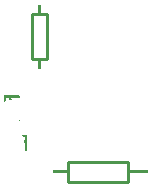
<source format=gbo>
G04 MADE WITH FRITZING*
G04 WWW.FRITZING.ORG*
G04 DOUBLE SIDED*
G04 HOLES PLATED*
G04 CONTOUR ON CENTER OF CONTOUR VECTOR*
%ASAXBY*%
%FSLAX23Y23*%
%MOIN*%
%OFA0B0*%
%SFA1.0B1.0*%
%ADD10C,0.010000*%
%ADD11R,0.001000X0.001000*%
%LNSILK0*%
G90*
G70*
G54D10*
X360Y599D02*
X360Y449D01*
D02*
X360Y449D02*
X410Y449D01*
D02*
X410Y449D02*
X410Y599D01*
D02*
X410Y599D02*
X360Y599D01*
D02*
X681Y106D02*
X481Y106D01*
D02*
X481Y106D02*
X481Y40D01*
D02*
X481Y40D02*
X681Y40D01*
D02*
X681Y40D02*
X681Y106D01*
G54D11*
X380Y631D02*
X389Y631D01*
X380Y630D02*
X389Y630D01*
X380Y629D02*
X389Y629D01*
X380Y628D02*
X389Y628D01*
X380Y627D02*
X389Y627D01*
X380Y626D02*
X389Y626D01*
X380Y625D02*
X389Y625D01*
X380Y624D02*
X389Y624D01*
X380Y623D02*
X389Y623D01*
X380Y622D02*
X389Y622D01*
X380Y621D02*
X389Y621D01*
X380Y620D02*
X389Y620D01*
X380Y619D02*
X389Y619D01*
X380Y618D02*
X389Y618D01*
X380Y617D02*
X389Y617D01*
X380Y616D02*
X389Y616D01*
X380Y615D02*
X389Y615D01*
X380Y614D02*
X389Y614D01*
X380Y613D02*
X389Y613D01*
X380Y612D02*
X389Y612D01*
X380Y611D02*
X389Y611D01*
X380Y610D02*
X389Y610D01*
X380Y609D02*
X389Y609D01*
X380Y608D02*
X389Y608D01*
X380Y607D02*
X389Y607D01*
X380Y606D02*
X389Y606D01*
X380Y605D02*
X389Y605D01*
X380Y604D02*
X389Y604D01*
X380Y603D02*
X389Y603D01*
X380Y602D02*
X389Y602D01*
X380Y601D02*
X389Y601D01*
X380Y600D02*
X389Y600D01*
X380Y449D02*
X389Y449D01*
X380Y448D02*
X389Y448D01*
X380Y447D02*
X389Y447D01*
X380Y446D02*
X389Y446D01*
X380Y445D02*
X389Y445D01*
X380Y444D02*
X389Y444D01*
X380Y443D02*
X389Y443D01*
X380Y442D02*
X389Y442D01*
X380Y441D02*
X389Y441D01*
X380Y440D02*
X389Y440D01*
X380Y439D02*
X389Y439D01*
X380Y438D02*
X389Y438D01*
X380Y437D02*
X389Y437D01*
X380Y436D02*
X389Y436D01*
X380Y435D02*
X389Y435D01*
X380Y434D02*
X389Y434D01*
X380Y433D02*
X389Y433D01*
X380Y432D02*
X389Y432D01*
X380Y431D02*
X389Y431D01*
X380Y430D02*
X389Y430D01*
X380Y429D02*
X389Y429D01*
X380Y428D02*
X389Y428D01*
X380Y427D02*
X389Y427D01*
X380Y426D02*
X389Y426D01*
X380Y425D02*
X389Y425D01*
X380Y424D02*
X389Y424D01*
X380Y423D02*
X389Y423D01*
X380Y422D02*
X389Y422D01*
X380Y421D02*
X389Y421D01*
X380Y420D02*
X389Y420D01*
X380Y419D02*
X389Y419D01*
X380Y418D02*
X389Y418D01*
X380Y417D02*
X389Y417D01*
X380Y416D02*
X383Y416D01*
X385Y416D02*
X389Y416D01*
X267Y328D02*
X318Y328D01*
X267Y327D02*
X319Y327D01*
X267Y326D02*
X320Y326D01*
X267Y325D02*
X320Y325D01*
X267Y324D02*
X320Y324D01*
X267Y323D02*
X320Y323D01*
X267Y322D02*
X319Y322D01*
X267Y321D02*
X273Y321D01*
X285Y321D02*
X291Y321D01*
X267Y320D02*
X273Y320D01*
X285Y320D02*
X291Y320D01*
X267Y319D02*
X273Y319D01*
X285Y319D02*
X291Y319D01*
X267Y318D02*
X273Y318D01*
X285Y318D02*
X291Y318D01*
X267Y317D02*
X273Y317D01*
X285Y317D02*
X291Y317D01*
X267Y316D02*
X273Y316D01*
X285Y316D02*
X292Y316D01*
X267Y315D02*
X273Y315D01*
X285Y315D02*
X293Y315D01*
X267Y314D02*
X273Y314D01*
X285Y314D02*
X295Y314D01*
X267Y313D02*
X273Y313D01*
X297Y313D02*
X297Y313D01*
X267Y312D02*
X273Y312D01*
X267Y311D02*
X273Y311D01*
X267Y310D02*
X273Y310D01*
X267Y309D02*
X271Y309D01*
X267Y308D02*
X270Y308D01*
X267Y307D02*
X268Y307D01*
X320Y246D02*
X320Y246D01*
X319Y245D02*
X320Y245D01*
X318Y244D02*
X319Y244D01*
X328Y196D02*
X344Y196D01*
X329Y195D02*
X344Y195D01*
X330Y194D02*
X344Y194D01*
X330Y193D02*
X344Y193D01*
X331Y192D02*
X344Y192D01*
X331Y191D02*
X344Y191D01*
X331Y190D02*
X344Y190D01*
X338Y189D02*
X344Y189D01*
X338Y188D02*
X344Y188D01*
X338Y187D02*
X344Y187D01*
X338Y186D02*
X344Y186D01*
X338Y185D02*
X344Y185D01*
X338Y184D02*
X344Y184D01*
X338Y183D02*
X344Y183D01*
X338Y182D02*
X344Y182D01*
X338Y181D02*
X344Y181D01*
X338Y180D02*
X344Y180D01*
X338Y179D02*
X344Y179D01*
X334Y178D02*
X344Y178D01*
X334Y177D02*
X344Y177D01*
X335Y176D02*
X344Y176D01*
X335Y175D02*
X344Y175D01*
X335Y174D02*
X344Y174D01*
X335Y173D02*
X344Y173D01*
X335Y172D02*
X344Y172D01*
X338Y171D02*
X344Y171D01*
X338Y170D02*
X344Y170D01*
X338Y169D02*
X344Y169D01*
X338Y168D02*
X344Y168D01*
X338Y167D02*
X344Y167D01*
X338Y166D02*
X344Y166D01*
X338Y165D02*
X344Y165D01*
X338Y164D02*
X344Y164D01*
X338Y163D02*
X344Y163D01*
X338Y162D02*
X344Y162D01*
X338Y161D02*
X344Y161D01*
X338Y160D02*
X344Y160D01*
X338Y159D02*
X344Y159D01*
X338Y158D02*
X344Y158D01*
X338Y157D02*
X344Y157D01*
X338Y156D02*
X344Y156D01*
X338Y155D02*
X344Y155D01*
X338Y154D02*
X344Y154D01*
X338Y153D02*
X344Y153D01*
X338Y152D02*
X344Y152D01*
X338Y151D02*
X344Y151D01*
X338Y150D02*
X344Y150D01*
X338Y149D02*
X344Y149D01*
X338Y148D02*
X344Y148D01*
X338Y147D02*
X344Y147D01*
X338Y146D02*
X344Y146D01*
X338Y145D02*
X344Y145D01*
X338Y144D02*
X343Y144D01*
X339Y143D02*
X342Y143D01*
X432Y78D02*
X479Y78D01*
X680Y78D02*
X747Y78D01*
X432Y77D02*
X479Y77D01*
X680Y77D02*
X747Y77D01*
X432Y76D02*
X479Y76D01*
X680Y76D02*
X747Y76D01*
X432Y75D02*
X479Y75D01*
X680Y75D02*
X746Y75D01*
X432Y74D02*
X479Y74D01*
X680Y74D02*
X746Y74D01*
X432Y73D02*
X479Y73D01*
X680Y73D02*
X746Y73D01*
X432Y72D02*
X479Y72D01*
X680Y72D02*
X746Y72D01*
X432Y71D02*
X479Y71D01*
X680Y71D02*
X747Y71D01*
X432Y70D02*
X479Y70D01*
X680Y70D02*
X747Y70D01*
X432Y69D02*
X479Y69D01*
X680Y69D02*
X747Y69D01*
D02*
G04 End of Silk0*
M02*
</source>
